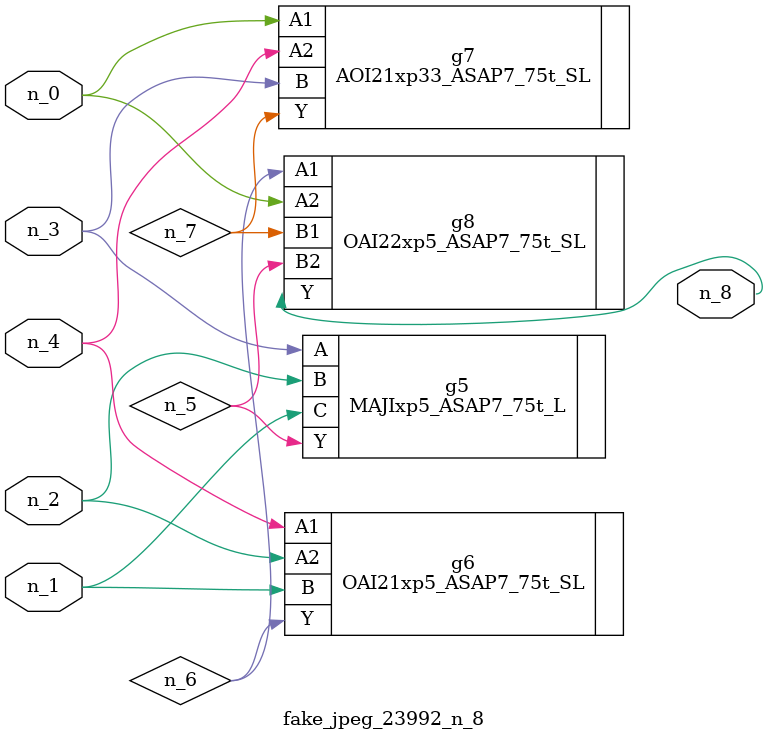
<source format=v>
module fake_jpeg_23992_n_8 (n_3, n_2, n_1, n_0, n_4, n_8);

input n_3;
input n_2;
input n_1;
input n_0;
input n_4;

output n_8;

wire n_6;
wire n_5;
wire n_7;

MAJIxp5_ASAP7_75t_L g5 ( 
.A(n_3),
.B(n_2),
.C(n_1),
.Y(n_5)
);

OAI21xp5_ASAP7_75t_SL g6 ( 
.A1(n_4),
.A2(n_2),
.B(n_1),
.Y(n_6)
);

AOI21xp33_ASAP7_75t_SL g7 ( 
.A1(n_0),
.A2(n_4),
.B(n_3),
.Y(n_7)
);

OAI22xp5_ASAP7_75t_SL g8 ( 
.A1(n_6),
.A2(n_0),
.B1(n_7),
.B2(n_5),
.Y(n_8)
);


endmodule
</source>
